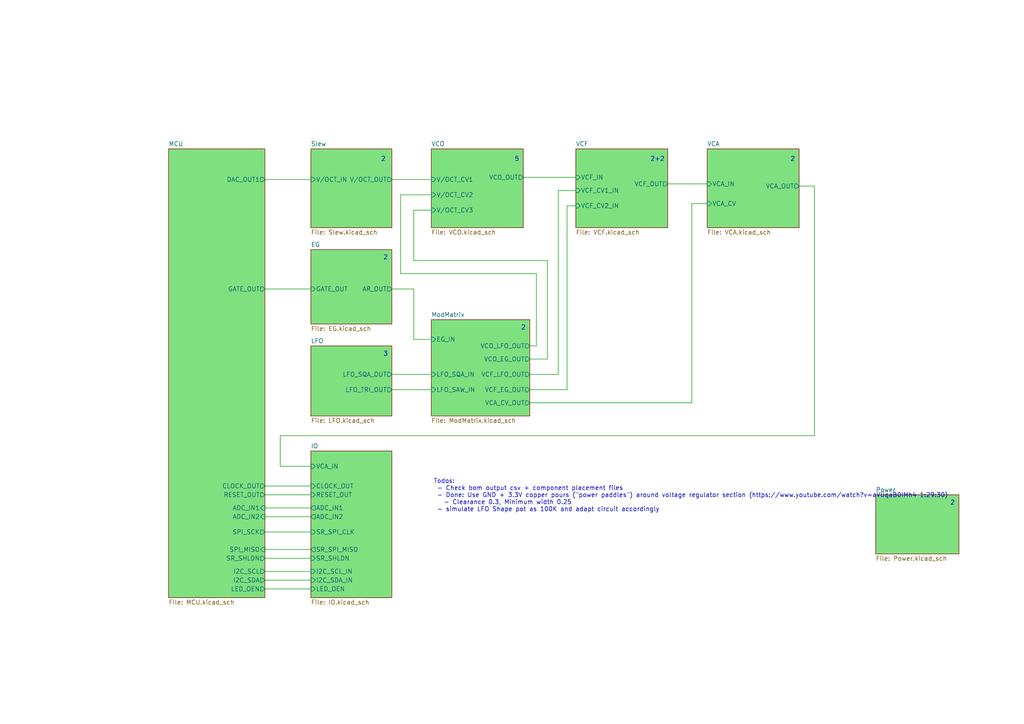
<source format=kicad_sch>
(kicad_sch (version 20211123) (generator eeschema)
  (paper "A4")
  (title_block (title "LivSynth") (date "2022-07-18") (rev "${Version}") (company "SloBlo Labs"))
  (lib_symbols)
  (wire (pts (xy 200.66 59.055) (xy 205.105 59.055)))
  (wire (pts (xy 76.835 52.07) (xy 90.17 52.07)))
  (wire (pts (xy 120.015 98.425) (xy 125.095 98.425)))
  (wire (pts (xy 153.67 100.33) (xy 155.575 100.33)))
  (wire (pts (xy 164.465 113.03) (xy 164.465 59.69)))
  (wire (pts (xy 113.665 52.07) (xy 125.095 52.07)))
  (wire (pts (xy 161.925 108.585) (xy 161.925 55.245)))
  (wire (pts (xy 158.75 75.565) (xy 120.015 75.565)))
  (wire (pts (xy 158.75 104.14) (xy 158.75 75.565)))
  (wire (pts (xy 113.665 108.585) (xy 125.095 108.585)))
  (wire (pts (xy 76.835 159.385) (xy 90.17 159.385)))
  (wire (pts (xy 153.67 113.03) (xy 164.465 113.03)))
  (wire (pts (xy 76.835 170.815) (xy 90.17 170.815)))
  (wire (pts (xy 76.835 165.735) (xy 90.17 165.735)))
  (wire (pts (xy 161.925 55.245) (xy 167.005 55.245)))
  (wire (pts (xy 200.66 59.055) (xy 200.66 116.84)))
  (wire (pts (xy 120.015 75.565) (xy 120.015 60.96)))
  (wire (pts (xy 153.67 104.14) (xy 158.75 104.14)))
  (wire (pts (xy 236.22 53.975) (xy 231.775 53.975)))
  (wire (pts (xy 76.835 143.51) (xy 90.17 143.51)))
  (wire (pts (xy 193.675 53.34) (xy 205.105 53.34)))
  (wire (pts (xy 116.205 79.375) (xy 116.205 56.515)))
  (wire (pts (xy 76.835 149.86) (xy 90.17 149.86)))
  (wire (pts (xy 90.17 135.255) (xy 81.28 135.255)))
  (wire (pts (xy 113.665 113.03) (xy 125.095 113.03)))
  (wire (pts (xy 164.465 59.69) (xy 167.005 59.69)))
  (wire (pts (xy 155.575 79.375) (xy 116.205 79.375)))
  (wire (pts (xy 113.665 83.82) (xy 120.015 83.82)))
  (wire (pts (xy 153.67 116.84) (xy 200.66 116.84)))
  (wire (pts (xy 120.015 60.96) (xy 125.095 60.96)))
  (wire (pts (xy 151.765 51.435) (xy 167.005 51.435)))
  (wire (pts (xy 76.835 161.925) (xy 90.17 161.925)))
  (wire (pts (xy 81.28 126.365) (xy 236.22 126.365)))
  (wire (pts (xy 120.015 83.82) (xy 120.015 98.425)))
  (wire (pts (xy 76.835 140.97) (xy 90.17 140.97)))
  (wire (pts (xy 76.835 154.305) (xy 90.17 154.305)))
  (wire (pts (xy 155.575 100.33) (xy 155.575 79.375)))
  (wire (pts (xy 81.28 135.255) (xy 81.28 126.365)))
  (wire (pts (xy 116.205 56.515) (xy 125.095 56.515)))
  (wire (pts (xy 76.835 83.82) (xy 90.17 83.82)))
  (wire (pts (xy 236.22 126.365) (xy 236.22 53.975)))
  (wire (pts (xy 76.835 147.32) (xy 90.17 147.32)))
  (wire (pts (xy 153.67 108.585) (xy 161.925 108.585)))
  (wire (pts (xy 76.835 168.275) (xy 90.17 168.275)))
  (text "2" (at 110.49 46.99 0) (effects (font (size 1.27 1.27)) (justify left bottom)))
  (text "2" (at 111.125 75.565 0) (effects (font (size 1.27 1.27)) (justify left bottom)))
  (text "3" (at 111.125 103.505 0) (effects (font (size 1.27 1.27)) (justify left bottom)))
  (text "2" (at 151.13 95.885 0) (effects (font (size 1.27 1.27)) (justify left bottom)))
  (text "Todos:\n - Check bom output csv + component placement files\n - Done: Use GND + 3.3V copper pours (\"power paddles\") around voltage regulator section (https://www.youtube.com/watch?v=aVUqaB0IMh4 1:29:30)\n   - Clearance 0.3, Minimum width 0.25\n - simulate LFO Shape pot as 100K and adapt circuit accordingly" (at 125.73 148.59 0) (effects (font (size 1.27 1.27)) (justify left bottom)))
  (text "2+2" (at 188.595 46.99 0) (effects (font (size 1.27 1.27)) (justify left bottom)))
  (text "2" (at 275.59 146.685 0) (effects (font (size 1.27 1.27)) (justify left bottom)))
  (text "5" (at 149.225 46.99 0) (effects (font (size 1.27 1.27)) (justify left bottom)))
  (text "2" (at 229.235 46.99 0) (effects (font (size 1.27 1.27)) (justify left bottom)))
  (sheet (at 167.005 43.18) (size 26.67 22.86) (stroke (width 0.1524)) (fill (color 0 194 0 0.5000))
    (property "Sheet name" "VCF" (at 167.005 42.4684 0) (effects (justify left bottom)))
    (property "Sheet file" "VCF.kicad_sch" (at 167.005 66.6246 0) (effects (justify left top)))
    (pin "VCF_IN" input (at 167.005 51.435 180))
    (pin "VCF_OUT" output (at 193.675 53.34 0))
    (pin "VCF_CV1_IN" input (at 167.005 55.245 180))
    (pin "VCF_CV2_IN" input (at 167.005 59.69 180))
  )
  (sheet (at 254 143.51) (size 24.13 17.145) (stroke (width 0.1524)) (fill (color 0 194 0 0.5000))
    (property "Sheet name" "Power" (at 254 142.7984 0) (effects (justify left bottom)))
    (property "Sheet file" "Power.kicad_sch" (at 254 161.2396 0) (effects (justify left top)))
  )
  (sheet (at 90.17 130.81) (size 23.495 42.545) (stroke (width 0.1524)) (fill (color 0 194 0 0.5000))
    (property "Sheet name" "IO" (at 90.17 130.0984 0) (effects (justify left bottom)))
    (property "Sheet file" "IO.kicad_sch" (at 90.17 173.9396 0) (effects (justify left top)))
    (pin "VCA_IN" input (at 90.17 135.255 180))
    (pin "SR_SPI_CLK" input (at 90.17 154.305 180))
    (pin "SR_SHLDN" input (at 90.17 161.925 180))
    (pin "SR_SPI_MISO" output (at 90.17 159.385 180))
    (pin "I2C_SCL_IN" input (at 90.17 165.735 180))
    (pin "I2C_SDA_IN" input (at 90.17 168.275 180))
    (pin "LED_OEN" input (at 90.17 170.815 180))
    (pin "ADC_IN1" output (at 90.17 147.32 180))
    (pin "ADC_IN2" output (at 90.17 149.86 180))
    (pin "CLOCK_OUT" input (at 90.17 140.97 180))
    (pin "RESET_OUT" input (at 90.17 143.51 180))
  )
  (sheet (at 90.17 72.39) (size 23.495 21.59) (stroke (width 0.1524)) (fill (color 0 194 0 0.5000))
    (property "Sheet name" "EG" (at 90.17 71.6784 0) (effects (justify left bottom)))
    (property "Sheet file" "EG.kicad_sch" (at 90.17 94.5646 0) (effects (justify left top)))
    (pin "GATE_OUT" input (at 90.17 83.82 180))
    (pin "AR_OUT" output (at 113.665 83.82 0))
  )
  (sheet (at 48.895 43.18) (size 27.94 130.175) (stroke (width 0.1524)) (fill (color 0 194 0 0.5000))
    (property "Sheet name" "MCU" (at 48.895 42.4684 0) (effects (justify left bottom)))
    (property "Sheet file" "MCU.kicad_sch" (at 48.895 173.9396 0) (effects (justify left top)))
    (pin "GATE_OUT" output (at 76.835 83.82 0))
    (pin "DAC_OUT1" output (at 76.835 52.07 0))
    (pin "CLOCK_OUT" output (at 76.835 140.97 0))
    (pin "RESET_OUT" output (at 76.835 143.51 0))
    (pin "ADC_IN1" input (at 76.835 147.32 0))
    (pin "ADC_IN2" input (at 76.835 149.86 0))
    (pin "SPI_SCK" output (at 76.835 154.305 0))
    (pin "SPI_MISO" input (at 76.835 159.385 0))
    (pin "I2C_SDA" output (at 76.835 168.275 0))
    (pin "I2C_SCL" output (at 76.835 165.735 0))
    (pin "LED_OEN" output (at 76.835 170.815 0))
    (pin "SR_SHLDN" output (at 76.835 161.925 0))
  )
  (sheet (at 90.17 43.18) (size 23.495 22.86) (stroke (width 0.1524)) (fill (color 0 194 0 0.5000))
    (property "Sheet name" "Slew" (at 90.17 42.4684 0) (effects (justify left bottom)))
    (property "Sheet file" "Slew.kicad_sch" (at 90.17 66.6246 0) (effects (justify left top)))
    (pin "V{slash}OCT_IN" input (at 90.17 52.07 180))
    (pin "V{slash}OCT_OUT" output (at 113.665 52.07 0))
  )
  (sheet (at 205.105 43.18) (size 26.67 22.86) (stroke (width 0.1524)) (fill (color 0 194 0 0.5000))
    (property "Sheet name" "VCA" (at 205.105 42.4684 0) (effects (justify left bottom)))
    (property "Sheet file" "VCA.kicad_sch" (at 205.105 66.6246 0) (effects (justify left top)))
    (pin "VCA_IN" input (at 205.105 53.34 180))
    (pin "VCA_CV" input (at 205.105 59.055 180))
    (pin "VCA_OUT" output (at 231.775 53.975 0))
  )
  (sheet (at 90.17 100.33) (size 23.495 20.32) (stroke (width 0.1524)) (fill (color 0 194 0 0.5000))
    (property "Sheet name" "LFO" (at 90.17 99.6184 0) (effects (justify left bottom)))
    (property "Sheet file" "LFO.kicad_sch" (at 90.17 121.2346 0) (effects (justify left top)))
    (pin "LFO_SQA_OUT" output (at 113.665 108.585 0))
    (pin "LFO_TRI_OUT" output (at 113.665 113.03 0))
  )
  (sheet (at 125.095 43.18) (size 26.67 22.86) (stroke (width 0.1524)) (fill (color 0 194 0 0.5000))
    (property "Sheet name" "VCO" (at 125.095 42.4684 0) (effects (justify left bottom)))
    (property "Sheet file" "VCO.kicad_sch" (at 125.095 66.6246 0) (effects (justify left top)))
    (pin "VCO_OUT" output (at 151.765 51.435 0))
    (pin "V{slash}OCT_CV1" input (at 125.095 52.07 180))
    (pin "V{slash}OCT_CV2" input (at 125.095 56.515 180))
    (pin "V{slash}OCT_CV3" input (at 125.095 60.96 180))
  )
  (sheet (at 125.095 92.71) (size 28.575 27.94) (stroke (width 0.1524)) (fill (color 0 194 0 0.5000))
    (property "Sheet name" "ModMatrix" (at 125.095 91.9984 0) (effects (justify left bottom)))
    (property "Sheet file" "ModMatrix.kicad_sch" (at 125.095 121.2346 0) (effects (justify left top)))
    (pin "VCA_CV_OUT" output (at 153.67 116.84 0))
    (pin "VCF_EG_OUT" output (at 153.67 113.03 0))
    (pin "LFO_SQA_IN" input (at 125.095 108.585 180))
    (pin "EG_IN" input (at 125.095 98.425 180))
    (pin "LFO_SAW_IN" input (at 125.095 113.03 180))
    (pin "VCO_LFO_OUT" output (at 153.67 100.33 0))
    (pin "VCO_EG_OUT" output (at 153.67 104.14 0))
    (pin "VCF_LFO_OUT" output (at 153.67 108.585 0))
  )
)
</source>
